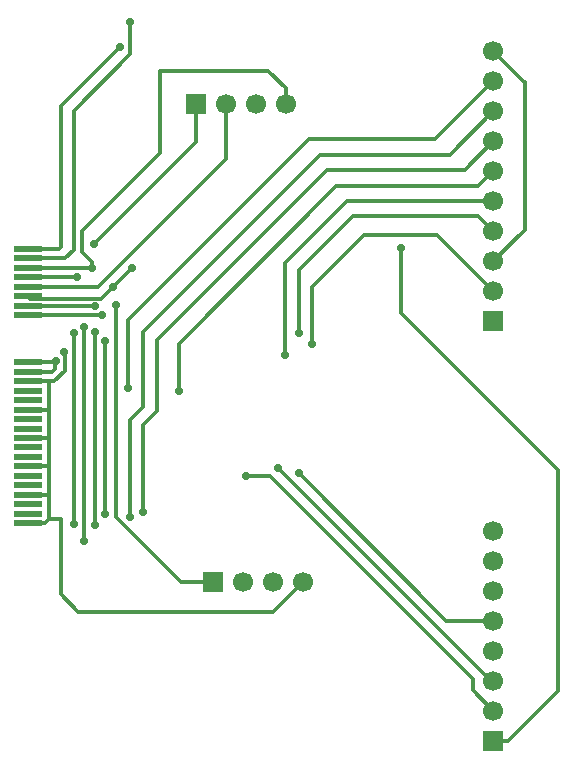
<source format=gbr>
%TF.GenerationSoftware,KiCad,Pcbnew,9.0.2*%
%TF.CreationDate,2025-06-25T22:38:51+10:00*%
%TF.ProjectId,F0-uConsole,46302d75-436f-46e7-936f-6c652e6b6963,rev?*%
%TF.SameCoordinates,Original*%
%TF.FileFunction,Copper,L1,Top*%
%TF.FilePolarity,Positive*%
%FSLAX46Y46*%
G04 Gerber Fmt 4.6, Leading zero omitted, Abs format (unit mm)*
G04 Created by KiCad (PCBNEW 9.0.2) date 2025-06-25 22:38:51*
%MOMM*%
%LPD*%
G01*
G04 APERTURE LIST*
%TA.AperFunction,ComponentPad*%
%ADD10R,1.700000X1.700000*%
%TD*%
%TA.AperFunction,ComponentPad*%
%ADD11C,1.700000*%
%TD*%
%TA.AperFunction,SMDPad,CuDef*%
%ADD12R,2.350000X0.600000*%
%TD*%
%TA.AperFunction,ViaPad*%
%ADD13C,0.700000*%
%TD*%
%TA.AperFunction,Conductor*%
%ADD14C,0.300000*%
%TD*%
G04 APERTURE END LIST*
D10*
%TO.P,J5,1,Pin_1*%
%TO.N,+5V*%
X119680000Y-93400000D03*
D11*
%TO.P,J5,2,Pin_2*%
%TO.N,USB4_DN*%
X122220000Y-93400000D03*
%TO.P,J5,3,Pin_3*%
%TO.N,USB4_DP*%
X124760000Y-93400000D03*
%TO.P,J5,4,Pin_4*%
%TO.N,GND*%
X127300000Y-93400000D03*
%TD*%
D12*
%TO.P,J1,1,SPK_LP*%
%TO.N,/SPK_LP*%
X104010000Y-65200000D03*
%TO.P,J1,3,SPK_LN*%
%TO.N,/SPK_LN*%
X104010000Y-66000000D03*
%TO.P,J1,5,GND*%
%TO.N,GND*%
X104010000Y-66800000D03*
%TO.P,J1,7,USB3_DP*%
%TO.N,USB3_DP*%
X104010000Y-67600000D03*
%TO.P,J1,9,USB3_DM*%
%TO.N,USB3_DN*%
X104010000Y-68400000D03*
%TO.P,J1,11,GND*%
%TO.N,GND*%
X104010000Y-69200000D03*
%TO.P,J1,13,USB4_DP*%
%TO.N,USB4_DP*%
X104010000Y-70000000D03*
%TO.P,J1,15,USB4_DM*%
%TO.N,USB4_DN*%
X104010000Y-70800000D03*
%TO.P,J1,17,3V3*%
%TO.N,+3.3V*%
X104007750Y-74800000D03*
%TO.P,J1,19,3V3*%
X104010000Y-75600000D03*
%TO.P,J1,21,GND*%
%TO.N,GND*%
X104010000Y-76400000D03*
%TO.P,J1,23,CAM_DP3*%
%TO.N,unconnected-(J1-CAM_DP3-Pad23)*%
X104010000Y-77200000D03*
%TO.P,J1,25,CAM_DN3*%
%TO.N,unconnected-(J1-CAM_DN3-Pad25)*%
X104010000Y-78000000D03*
%TO.P,J1,27,GND*%
%TO.N,GND*%
X104010000Y-78800000D03*
%TO.P,J1,29,CAM_DP2*%
%TO.N,unconnected-(J1-CAM_DP2-Pad29)*%
X104010000Y-79600000D03*
%TO.P,J1,31,CAM_DN2*%
%TO.N,unconnected-(J1-CAM_DN2-Pad31)*%
X104010000Y-80400000D03*
%TO.P,J1,33,GND*%
%TO.N,GND*%
X104010000Y-81200000D03*
%TO.P,J1,35,CAM_CP*%
%TO.N,unconnected-(J1-CAM_CP-Pad35)*%
X104010000Y-82000000D03*
%TO.P,J1,37,CAM_CN*%
%TO.N,unconnected-(J1-CAM_CN-Pad37)*%
X104010000Y-82800000D03*
%TO.P,J1,39,GND*%
%TO.N,GND*%
X104010000Y-83600000D03*
%TO.P,J1,41,CAM_DP1*%
%TO.N,unconnected-(J1-CAM_DP1-Pad41)*%
X104010000Y-84400000D03*
%TO.P,J1,43,CAM_DN1*%
%TO.N,unconnected-(J1-CAM_DN1-Pad43)*%
X104010000Y-85200000D03*
%TO.P,J1,45,GND*%
%TO.N,GND*%
X104010000Y-86000000D03*
%TO.P,J1,47,CAM_DP0*%
%TO.N,unconnected-(J1-CAM_DP0-Pad47)*%
X104010000Y-86800000D03*
%TO.P,J1,49,CAM_DN0*%
%TO.N,unconnected-(J1-CAM_DN0-Pad49)*%
X104010000Y-87600000D03*
%TO.P,J1,51,GND*%
%TO.N,GND*%
X104010000Y-88400000D03*
%TD*%
D10*
%TO.P,J4,1,Pin_1*%
%TO.N,+5V*%
X118280000Y-52900000D03*
D11*
%TO.P,J4,2,Pin_2*%
%TO.N,USB3_DN*%
X120820000Y-52900000D03*
%TO.P,J4,3,Pin_3*%
%TO.N,USB3_DP*%
X123360000Y-52900000D03*
%TO.P,J4,4,Pin_4*%
%TO.N,GND*%
X125900000Y-52900000D03*
%TD*%
%TO.P,J2,8,Pin_8*%
%TO.N,GND*%
X143440164Y-89042884D03*
%TO.P,J2,7,Pin_7*%
%TO.N,GPIO34*%
X143440164Y-91582884D03*
%TO.P,J2,6,Pin_6*%
%TO.N,SPI_CE1*%
X143440164Y-94122884D03*
%TO.P,J2,5,Pin_5*%
%TO.N,SPI_SCLK*%
X143440164Y-96662884D03*
%TO.P,J2,4,Pin_4*%
%TO.N,SPI_CE0*%
X143440164Y-99202884D03*
%TO.P,J2,3,Pin_3*%
%TO.N,SPI_MISO*%
X143440164Y-101742884D03*
%TO.P,J2,2,Pin_2*%
%TO.N,SPI_MOSI*%
X143440164Y-104282884D03*
D10*
%TO.P,J2,1,Pin_1*%
%TO.N,+5V*%
X143440164Y-106822884D03*
%TD*%
D11*
%TO.P,J3,10,Pin_10*%
%TO.N,GND*%
X143440164Y-48462884D03*
%TO.P,J3,9,Pin_9*%
%TO.N,RTS0*%
X143440164Y-51002884D03*
%TO.P,J3,8,Pin_8*%
%TO.N,GPIO41*%
X143440164Y-53542884D03*
%TO.P,J3,7,Pin_7*%
%TO.N,GPIO40*%
X143440164Y-56082884D03*
%TO.P,J3,6,Pin_6*%
%TO.N,RXD0*%
X143440164Y-58622884D03*
%TO.P,J3,5,Pin_5*%
%TO.N,TXD0*%
X143440164Y-61162884D03*
%TO.P,J3,4,Pin_4*%
%TO.N,SDA*%
X143440164Y-63702884D03*
%TO.P,J3,3,Pin_3*%
%TO.N,GND*%
X143440164Y-66242884D03*
%TO.P,J3,2,Pin_2*%
%TO.N,SCL*%
X143440164Y-68782884D03*
D10*
%TO.P,J3,1,Pin_1*%
%TO.N,+3.3V*%
X143440164Y-71322884D03*
%TD*%
D13*
%TO.N,TXD0*%
X125800000Y-74200000D03*
%TO.N,GND*%
X107100000Y-73900000D03*
X111275000Y-68375000D03*
X109500000Y-66800000D03*
X112875000Y-66775000D03*
%TO.N,+5V*%
X111500000Y-69900000D03*
X135600000Y-65100000D03*
%TO.N,SDA*%
X127000000Y-72300000D03*
%TO.N,RXD0*%
X116800000Y-77200000D03*
%TO.N,GPIO40*%
X113800000Y-87500000D03*
%TO.N,GPIO41*%
X112700000Y-87900000D03*
%TO.N,SCL*%
X128100000Y-73200000D03*
%TO.N,RTS0*%
X112475000Y-77000000D03*
%TO.N,SPI_SCLK*%
X127001000Y-84201000D03*
%TO.N,SPI_MISO*%
X125200000Y-83700000D03*
%TO.N,SPI_MOSI*%
X122500000Y-84400000D03*
%TO.N,/SPK_RP*%
X108800000Y-89900000D03*
%TO.N,/SPK_RN*%
X107900000Y-88500000D03*
%TO.N,USB4_DN*%
X110600000Y-73000000D03*
X110300000Y-70800000D03*
%TO.N,/SPK_RN*%
X107900000Y-72300000D03*
%TO.N,/SPK_RP*%
X108800000Y-71800000D03*
%TO.N,/SPK_LP*%
X111825000Y-48075000D03*
%TO.N,/SPK_LN*%
X112725000Y-45975000D03*
%TO.N,+5V*%
X109600000Y-64800000D03*
%TO.N,+3.3V*%
X106389144Y-74668502D03*
%TO.N,USB3_DP*%
X108200000Y-67600000D03*
%TO.N,USB4_DP*%
X109700000Y-70000000D03*
X109700000Y-88600000D03*
X109700000Y-72200000D03*
%TO.N,USB4_DN*%
X110600000Y-87600000D03*
%TD*%
D14*
%TO.N,SCL*%
X132500000Y-64000000D02*
X138657280Y-64000000D01*
X128100000Y-68400000D02*
X132500000Y-64000000D01*
X128100000Y-73200000D02*
X128100000Y-68400000D01*
X138657280Y-64000000D02*
X143440164Y-68782884D01*
%TO.N,+3.3V*%
X106050000Y-75600000D02*
X104000000Y-75600000D01*
X106300000Y-75350000D02*
X106050000Y-75600000D01*
X106300000Y-74757646D02*
X106300000Y-75350000D01*
X106389144Y-74668502D02*
X106300000Y-74757646D01*
X103997750Y-74800000D02*
X106257646Y-74800000D01*
X106257646Y-74800000D02*
X106389144Y-74668502D01*
%TO.N,GND*%
X111275000Y-68375000D02*
X112875000Y-66775000D01*
X108618471Y-63681529D02*
X115200000Y-57100000D01*
X108618471Y-65418471D02*
X108618471Y-63681529D01*
X115200000Y-57100000D02*
X115200000Y-50100000D01*
X125900000Y-51600000D02*
X125900000Y-52900000D01*
X109500000Y-66300000D02*
X108618471Y-65418471D01*
X115200000Y-50100000D02*
X124400000Y-50100000D01*
X109500000Y-66800000D02*
X109500000Y-66300000D01*
X124400000Y-50100000D02*
X125900000Y-51600000D01*
X104000000Y-66800000D02*
X109500000Y-66800000D01*
%TO.N,RXD0*%
X142163048Y-59900000D02*
X143440164Y-58622884D01*
X130100000Y-59900000D02*
X142163048Y-59900000D01*
X116800000Y-77200000D02*
X116800000Y-73200000D01*
X116800000Y-73200000D02*
X130100000Y-59900000D01*
%TO.N,GPIO40*%
X141023048Y-58500000D02*
X143440164Y-56082884D01*
X115000000Y-78900000D02*
X115000000Y-72900000D01*
X113800000Y-87500000D02*
X113800000Y-80100000D01*
X115000000Y-72900000D02*
X129400000Y-58500000D01*
X129400000Y-58500000D02*
X141023048Y-58500000D01*
X113800000Y-80100000D02*
X115000000Y-78900000D01*
%TO.N,TXD0*%
X125800000Y-66400000D02*
X125800000Y-74200000D01*
X131037116Y-61162884D02*
X125800000Y-66400000D01*
X143440164Y-61162884D02*
X131037116Y-61162884D01*
%TO.N,RTS0*%
X138543048Y-55900000D02*
X143440164Y-51002884D01*
X112475000Y-71225000D02*
X127800000Y-55900000D01*
X112475000Y-77000000D02*
X112475000Y-71225000D01*
X127800000Y-55900000D02*
X138543048Y-55900000D01*
%TO.N,SDA*%
X142137280Y-62400000D02*
X143440164Y-63702884D01*
X131600000Y-62400000D02*
X142137280Y-62400000D01*
X127000000Y-67000000D02*
X131600000Y-62400000D01*
X127000000Y-72300000D02*
X127000000Y-67000000D01*
%TO.N,SPI_MOSI*%
X124500000Y-84400000D02*
X141700000Y-101600000D01*
%TO.N,SPI_MISO*%
X125200000Y-83700000D02*
X143242884Y-101742884D01*
X143242884Y-101742884D02*
X143440164Y-101742884D01*
%TO.N,GPIO41*%
X128800000Y-57200000D02*
X139783048Y-57200000D01*
X113800000Y-78600000D02*
X113800000Y-72200000D01*
X112700000Y-79700000D02*
X113800000Y-78600000D01*
X112700000Y-87900000D02*
X112700000Y-79700000D01*
X113800000Y-72200000D02*
X128800000Y-57200000D01*
X139783048Y-57200000D02*
X143440164Y-53542884D01*
%TO.N,USB4_DN*%
X110600000Y-87600000D02*
X110600000Y-73000000D01*
%TO.N,USB4_DP*%
X109700000Y-72200000D02*
X109700000Y-88600000D01*
%TO.N,GND*%
X107151000Y-73951000D02*
X107100000Y-73900000D01*
X106283863Y-76400000D02*
X107151000Y-75532863D01*
X107151000Y-75532863D02*
X107151000Y-73951000D01*
%TO.N,+5V*%
X117000000Y-93400000D02*
X119680000Y-93400000D01*
X111500000Y-69900000D02*
X111500000Y-87900000D01*
X111500000Y-87900000D02*
X117000000Y-93400000D01*
X144677116Y-106822884D02*
X143440164Y-106822884D01*
X148900000Y-102600000D02*
X144677116Y-106822884D01*
X135600000Y-70600000D02*
X148900000Y-83900000D01*
X135600000Y-65100000D02*
X135600000Y-70600000D01*
X148900000Y-83900000D02*
X148900000Y-102600000D01*
%TO.N,GND*%
X110250000Y-69400000D02*
X111275000Y-68375000D01*
X104210000Y-69400000D02*
X110250000Y-69400000D01*
X104010000Y-69200000D02*
X104210000Y-69400000D01*
%TO.N,+5V*%
X109600000Y-64800000D02*
X118280000Y-56120000D01*
X118280000Y-56120000D02*
X118280000Y-52900000D01*
%TO.N,USB3_DN*%
X110000000Y-68400000D02*
X120820000Y-57580000D01*
X104000000Y-68400000D02*
X110000000Y-68400000D01*
X120820000Y-57580000D02*
X120820000Y-52900000D01*
%TO.N,SPI_SCLK*%
X139462884Y-96662884D02*
X143440164Y-96662884D01*
X127001000Y-84201000D02*
X139462884Y-96662884D01*
%TO.N,GND*%
X146100000Y-63583048D02*
X143440164Y-66242884D01*
X146100000Y-51100000D02*
X146100000Y-63583048D01*
X146077280Y-51100000D02*
X146100000Y-51100000D01*
X143440164Y-48462884D02*
X146077280Y-51100000D01*
X124800000Y-95900000D02*
X127300000Y-93400000D01*
X108300000Y-95900000D02*
X124800000Y-95900000D01*
X106800000Y-94400000D02*
X108300000Y-95900000D01*
X106800000Y-88050000D02*
X106800000Y-94400000D01*
%TO.N,/SPK_RP*%
X108800000Y-71800000D02*
X108800000Y-89900000D01*
%TO.N,/SPK_RN*%
X107900000Y-72300000D02*
X107900000Y-88500000D01*
%TO.N,/SPK_LN*%
X107900000Y-53500000D02*
X112725000Y-48675000D01*
X107900000Y-65300000D02*
X107900000Y-53500000D01*
X112725000Y-48675000D02*
X112725000Y-45975000D01*
X104010000Y-66000000D02*
X107200000Y-66000000D01*
X107200000Y-66000000D02*
X107900000Y-65300000D01*
%TO.N,/SPK_LP*%
X106800000Y-53100000D02*
X111825000Y-48075000D01*
X106800000Y-65049943D02*
X106800000Y-53100000D01*
X106649943Y-65200000D02*
X106800000Y-65049943D01*
X104010000Y-65200000D02*
X106649943Y-65200000D01*
%TO.N,GND*%
X105950000Y-76400000D02*
X105850000Y-76500000D01*
X105850000Y-76500000D02*
X105850000Y-78750000D01*
X105850000Y-88050000D02*
X106800000Y-88050000D01*
X104000000Y-78800000D02*
X105800000Y-78800000D01*
X104000000Y-86000000D02*
X105850000Y-86000000D01*
X104000000Y-76400000D02*
X105950000Y-76400000D01*
X105850000Y-86000000D02*
X105850000Y-88050000D01*
X105950000Y-76400000D02*
X106283863Y-76400000D01*
X105850000Y-81150000D02*
X105800000Y-81200000D01*
X104000000Y-81200000D02*
X105800000Y-81200000D01*
X105800000Y-81200000D02*
X105850000Y-81250000D01*
X105850000Y-83600000D02*
X105850000Y-86000000D01*
X105850000Y-81250000D02*
X105850000Y-83600000D01*
X105850000Y-78750000D02*
X105850000Y-81150000D01*
X104000000Y-83600000D02*
X105850000Y-83600000D01*
X105800000Y-78800000D02*
X105850000Y-78750000D01*
X105500000Y-88400000D02*
X104000000Y-88400000D01*
X105850000Y-88050000D02*
X105500000Y-88400000D01*
%TO.N,USB3_DP*%
X104000000Y-67600000D02*
X108200000Y-67600000D01*
%TO.N,USB4_DP*%
X104000000Y-70000000D02*
X109700000Y-70000000D01*
%TO.N,USB4_DN*%
X104000000Y-70800000D02*
X110300000Y-70800000D01*
%TO.N,SPI_MOSI*%
X141700000Y-101600000D02*
X141700000Y-102542720D01*
X141700000Y-102542720D02*
X143440164Y-104282884D01*
X122500000Y-84400000D02*
X124500000Y-84400000D01*
%TD*%
M02*

</source>
